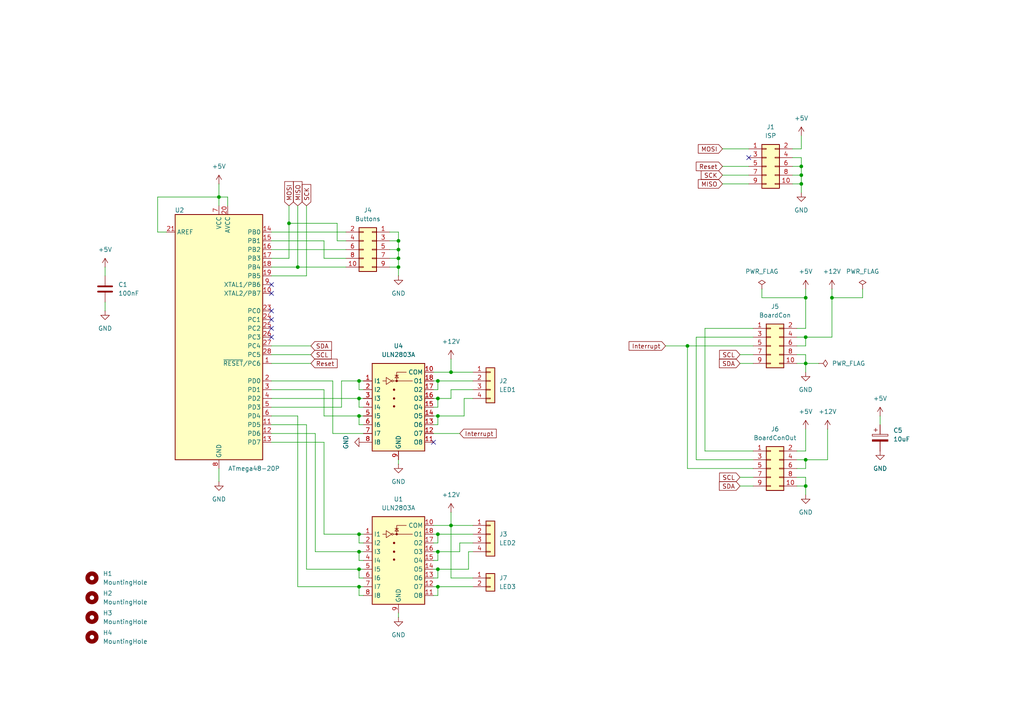
<source format=kicad_sch>
(kicad_sch (version 20231120) (generator "eeschema") (generator_version "8.0")
  (paper "A4")
  (lib_symbols
    (symbol "Connector_Generic:Conn_01x02" (pin_names (offset 1.016) hide)
      (property "Reference" "J" (at 0 2.54 0))
      (property "Value" "Conn_01x02" (at 0 -5.08 0))
      (symbol "Conn_01x02_1_1"
        (rectangle (start -1.27 -2.413) (end 0 -2.667) (stroke (width 0.1524)))
        (rectangle (start -1.27 0.127) (end 0 -0.127) (stroke (width 0.1524)))
        (rectangle (start -1.27 1.27) (end 1.27 -3.81) (stroke (width 0.254)) (fill (type background)))
        (pin passive line (at -5.08 0 0) (length 3.81) (name "Pin_1") (number "1"))
        (pin passive line (at -5.08 -2.54 0) (length 3.81) (name "Pin_2") (number "2"))
      )
    )
    (symbol "Connector_Generic:Conn_01x04" (pin_names (offset 1.016) hide)
      (property "Reference" "J" (at 0 5.08 0))
      (property "Value" "Conn_01x04" (at 0 -7.62 0))
      (symbol "Conn_01x04_1_1"
        (rectangle (start -1.27 -4.953) (end 0 -5.207) (stroke (width 0.1524)))
        (rectangle (start -1.27 -2.413) (end 0 -2.667) (stroke (width 0.1524)))
        (rectangle (start -1.27 0.127) (end 0 -0.127) (stroke (width 0.1524)))
        (rectangle (start -1.27 2.667) (end 0 2.413) (stroke (width 0.1524)))
        (rectangle (start -1.27 3.81) (end 1.27 -6.35) (stroke (width 0.254)) (fill (type background)))
        (pin passive line (at -5.08 2.54 0) (length 3.81) (name "Pin_1") (number "1"))
        (pin passive line (at -5.08 0 0) (length 3.81) (name "Pin_2") (number "2"))
        (pin passive line (at -5.08 -2.54 0) (length 3.81) (name "Pin_3") (number "3"))
        (pin passive line (at -5.08 -5.08 0) (length 3.81) (name "Pin_4") (number "4"))
      )
    )
    (symbol "Connector_Generic:Conn_02x05_Odd_Even" (pin_names (offset 1.016) hide)
      (property "Reference" "J" (at 1.27 7.62 0))
      (property "Value" "Conn_02x05_Odd_Even" (at 1.27 -7.62 0))
      (symbol "Conn_02x05_Odd_Even_1_1"
        (rectangle (start -1.27 -4.953) (end 0 -5.207) (stroke (width 0.1524)))
        (rectangle (start -1.27 -2.413) (end 0 -2.667) (stroke (width 0.1524)))
        (rectangle (start -1.27 0.127) (end 0 -0.127) (stroke (width 0.1524)))
        (rectangle (start -1.27 2.667) (end 0 2.413) (stroke (width 0.1524)))
        (rectangle (start -1.27 5.207) (end 0 4.953) (stroke (width 0.1524)))
        (rectangle (start -1.27 6.35) (end 3.81 -6.35) (stroke (width 0.254)) (fill (type background)))
        (rectangle (start 3.81 -4.953) (end 2.54 -5.207) (stroke (width 0.1524)))
        (rectangle (start 3.81 -2.413) (end 2.54 -2.667) (stroke (width 0.1524)))
        (rectangle (start 3.81 0.127) (end 2.54 -0.127) (stroke (width 0.1524)))
        (rectangle (start 3.81 2.667) (end 2.54 2.413) (stroke (width 0.1524)))
        (rectangle (start 3.81 5.207) (end 2.54 4.953) (stroke (width 0.1524)))
        (pin passive line (at -5.08 5.08 0) (length 3.81) (name "Pin_1") (number "1"))
        (pin passive line (at 7.62 -5.08 180) (length 3.81) (name "Pin_10") (number "10"))
        (pin passive line (at 7.62 5.08 180) (length 3.81) (name "Pin_2") (number "2"))
        (pin passive line (at -5.08 2.54 0) (length 3.81) (name "Pin_3") (number "3"))
        (pin passive line (at 7.62 2.54 180) (length 3.81) (name "Pin_4") (number "4"))
        (pin passive line (at -5.08 0 0) (length 3.81) (name "Pin_5") (number "5"))
        (pin passive line (at 7.62 0 180) (length 3.81) (name "Pin_6") (number "6"))
        (pin passive line (at -5.08 -2.54 0) (length 3.81) (name "Pin_7") (number "7"))
        (pin passive line (at 7.62 -2.54 180) (length 3.81) (name "Pin_8") (number "8"))
        (pin passive line (at -5.08 -5.08 0) (length 3.81) (name "Pin_9") (number "9"))
      )
    )
    (symbol "Device:C" (pin_numbers hide) (pin_names (offset 0.254))
      (property "Reference" "C" (at 0.635 2.54 0))
      (property "Value" "C" (at 0.635 -2.54 0))
      (symbol "C_0_1"
        (polyline (pts (xy -2.032 -0.762) (xy 2.032 -0.762)) (stroke (width 0.508)))
        (polyline (pts (xy -2.032 0.762) (xy 2.032 0.762)) (stroke (width 0.508)))
      )
      (symbol "C_1_1"
        (pin passive line (at 0 3.81 270) (length 2.794) (name "~") (number "1"))
        (pin passive line (at 0 -3.81 90) (length 2.794) (name "~") (number "2"))
      )
    )
    (symbol "Device:C_Polarized" (pin_numbers hide) (pin_names (offset 0.254))
      (property "Reference" "C" (at 0.635 2.54 0))
      (property "Value" "C_Polarized" (at 0.635 -2.54 0))
      (symbol "C_Polarized_0_1"
        (rectangle (start -2.286 0.508) (end 2.286 1.016))
        (polyline (pts (xy -1.778 2.286) (xy -0.762 2.286)))
        (polyline (pts (xy -1.27 2.794) (xy -1.27 1.778)))
        (rectangle (start 2.286 -0.508) (end -2.286 -1.016) (fill (type outline)))
      )
      (symbol "C_Polarized_1_1"
        (pin passive line (at 0 3.81 270) (length 2.794) (name "~") (number "1"))
        (pin passive line (at 0 -3.81 90) (length 2.794) (name "~") (number "2"))
      )
    )
    (symbol "MCU_Microchip_ATmega:ATmega48-20P"
      (property "Reference" "U" (at -12.7 36.83 0))
      (property "Value" "ATmega48-20P" (at 2.54 -36.83 0))
      (symbol "ATmega48-20P_0_1"
        (rectangle (start -12.7 -35.56) (end 12.7 35.56) (stroke (width 0.254)) (fill (type background)))
      )
      (symbol "ATmega48-20P_1_1"
        (pin bidirectional line (at 15.24 -7.62 180) (length 2.54) (name "~{RESET}/PC6") (number "1"))
        (pin bidirectional line (at 15.24 12.7 180) (length 2.54) (name "XTAL2/PB7") (number "10"))
        (pin bidirectional line (at 15.24 -25.4 180) (length 2.54) (name "PD5") (number "11"))
        (pin bidirectional line (at 15.24 -27.94 180) (length 2.54) (name "PD6") (number "12"))
        (pin bidirectional line (at 15.24 -30.48 180) (length 2.54) (name "PD7") (number "13"))
        (pin bidirectional line (at 15.24 30.48 180) (length 2.54) (name "PB0") (number "14"))
        (pin bidirectional line (at 15.24 27.94 180) (length 2.54) (name "PB1") (number "15"))
        (pin bidirectional line (at 15.24 25.4 180) (length 2.54) (name "PB2") (number "16"))
        (pin bidirectional line (at 15.24 22.86 180) (length 2.54) (name "PB3") (number "17"))
        (pin bidirectional line (at 15.24 20.32 180) (length 2.54) (name "PB4") (number "18"))
        (pin bidirectional line (at 15.24 17.78 180) (length 2.54) (name "PB5") (number "19"))
        (pin bidirectional line (at 15.24 -12.7 180) (length 2.54) (name "PD0") (number "2"))
        (pin power_in line (at 2.54 38.1 270) (length 2.54) (name "AVCC") (number "20"))
        (pin passive line (at -15.24 30.48 0) (length 2.54) (name "AREF") (number "21"))
        (pin passive line (at 0 -38.1 90) (length 2.54) hide (name "GND") (number "22"))
        (pin bidirectional line (at 15.24 7.62 180) (length 2.54) (name "PC0") (number "23"))
        (pin bidirectional line (at 15.24 5.08 180) (length 2.54) (name "PC1") (number "24"))
        (pin bidirectional line (at 15.24 2.54 180) (length 2.54) (name "PC2") (number "25"))
        (pin bidirectional line (at 15.24 0 180) (length 2.54) (name "PC3") (number "26"))
        (pin bidirectional line (at 15.24 -2.54 180) (length 2.54) (name "PC4") (number "27"))
        (pin bidirectional line (at 15.24 -5.08 180) (length 2.54) (name "PC5") (number "28"))
        (pin bidirectional line (at 15.24 -15.24 180) (length 2.54) (name "PD1") (number "3"))
        (pin bidirectional line (at 15.24 -17.78 180) (length 2.54) (name "PD2") (number "4"))
        (pin bidirectional line (at 15.24 -20.32 180) (length 2.54) (name "PD3") (number "5"))
        (pin bidirectional line (at 15.24 -22.86 180) (length 2.54) (name "PD4") (number "6"))
        (pin power_in line (at 0 38.1 270) (length 2.54) (name "VCC") (number "7"))
        (pin power_in line (at 0 -38.1 90) (length 2.54) (name "GND") (number "8"))
        (pin bidirectional line (at 15.24 15.24 180) (length 2.54) (name "XTAL1/PB6") (number "9"))
      )
    )
    (symbol "Mechanical:MountingHole" (pin_names (offset 1.016))
      (property "Reference" "H" (at 0 5.08 0))
      (property "Value" "MountingHole" (at 0 3.175 0))
      (symbol "MountingHole_0_1"
        (circle (center 0 0) (radius 1.27) (stroke (width 1.27)))
      )
    )
    (symbol "Transistor_Array:ULN2803A"
      (property "Reference" "U" (at 0 13.335 0))
      (property "Value" "ULN2803A" (at 0 11.43 0))
      (symbol "ULN2803A_0_1"
        (rectangle (start -7.62 -15.24) (end 7.62 10.16) (stroke (width 0.254)) (fill (type background)))
        (circle (center -1.778 5.08) (radius 0.254))
        (circle (center -1.27 -2.286) (radius 0.254) (fill (type outline)))
        (circle (center -1.27 0) (radius 0.254) (fill (type outline)))
        (circle (center -1.27 2.54) (radius 0.254) (fill (type outline)))
        (circle (center -0.508 5.08) (radius 0.254) (fill (type outline)))
        (polyline (pts (xy -4.572 5.08) (xy -3.556 5.08)))
        (polyline (pts (xy -1.524 5.08) (xy 4.064 5.08)))
        (polyline (pts (xy 0 6.731) (xy -1.016 6.731)))
        (polyline (pts (xy -0.508 5.08) (xy -0.508 7.62) (xy 2.286 7.62)))
        (polyline (pts (xy -3.556 6.096) (xy -3.556 4.064) (xy -2.032 5.08) (xy -3.556 6.096)))
        (polyline (pts (xy 0 5.969) (xy -1.016 5.969) (xy -0.508 6.731) (xy 0 5.969)))
      )
      (symbol "ULN2803A_1_1"
        (pin input line (at -10.16 5.08 0) (length 2.54) (name "I1") (number "1"))
        (pin passive line (at 10.16 7.62 180) (length 2.54) (name "COM") (number "10"))
        (pin open_collector line (at 10.16 -12.7 180) (length 2.54) (name "O8") (number "11"))
        (pin open_collector line (at 10.16 -10.16 180) (length 2.54) (name "O7") (number "12"))
        (pin open_collector line (at 10.16 -7.62 180) (length 2.54) (name "O6") (number "13"))
        (pin open_collector line (at 10.16 -5.08 180) (length 2.54) (name "O5") (number "14"))
        (pin open_collector line (at 10.16 -2.54 180) (length 2.54) (name "O4") (number "15"))
        (pin open_collector line (at 10.16 0 180) (length 2.54) (name "O3") (number "16"))
        (pin open_collector line (at 10.16 2.54 180) (length 2.54) (name "O2") (number "17"))
        (pin open_collector line (at 10.16 5.08 180) (length 2.54) (name "O1") (number "18"))
        (pin input line (at -10.16 2.54 0) (length 2.54) (name "I2") (number "2"))
        (pin input line (at -10.16 0 0) (length 2.54) (name "I3") (number "3"))
        (pin input line (at -10.16 -2.54 0) (length 2.54) (name "I4") (number "4"))
        (pin input line (at -10.16 -5.08 0) (length 2.54) (name "I5") (number "5"))
        (pin input line (at -10.16 -7.62 0) (length 2.54) (name "I6") (number "6"))
        (pin input line (at -10.16 -10.16 0) (length 2.54) (name "I7") (number "7"))
        (pin input line (at -10.16 -12.7 0) (length 2.54) (name "I8") (number "8"))
        (pin power_in line (at 0 -17.78 90) (length 2.54) (name "GND") (number "9"))
      )
    )
    (symbol "power:+12V" (power) (pin_numbers hide) (pin_names (offset 0) hide)
      (property "Value" "+12V" (at 0 3.556 0))
      (symbol "+12V_0_1"
        (polyline (pts (xy -0.762 1.27) (xy 0 2.54)))
        (polyline (pts (xy 0 0) (xy 0 2.54)))
        (polyline (pts (xy 0 2.54) (xy 0.762 1.27)))
      )
      (symbol "+12V_1_1"
        (pin power_in line (at 0 0 90) (length 0) (name "~") (number "1"))
      )
    )
    (symbol "power:+5V" (power) (pin_numbers hide) (pin_names (offset 0) hide)
      (property "Value" "+5V" (at 0 3.556 0))
      (symbol "+5V_0_1"
        (polyline (pts (xy -0.762 1.27) (xy 0 2.54)))
        (polyline (pts (xy 0 0) (xy 0 2.54)))
        (polyline (pts (xy 0 2.54) (xy 0.762 1.27)))
      )
      (symbol "+5V_1_1"
        (pin power_in line (at 0 0 90) (length 0) (name "~") (number "1"))
      )
    )
    (symbol "power:GND" (power) (pin_numbers hide) (pin_names (offset 0) hide)
      (property "Value" "GND" (at 0 -3.81 0))
      (symbol "GND_0_1"
        (polyline (pts (xy 0 0) (xy 0 -1.27) (xy 1.27 -1.27) (xy 0 -2.54) (xy -1.27 -1.27) (xy 0 -1.27)))
      )
      (symbol "GND_1_1"
        (pin power_in line (at 0 0 270) (length 0) (name "~") (number "1"))
      )
    )
    (symbol "power:PWR_FLAG" (power) (pin_numbers hide) (pin_names (offset 0) hide)
      (property "Value" "PWR_FLAG" (at 0 3.81 0))
      (symbol "PWR_FLAG_0_0"
        (pin power_out line (at 0 0 90) (length 0) (name "~") (number "1"))
      )
      (symbol "PWR_FLAG_0_1"
        (polyline (pts (xy 0 0) (xy 0 1.27) (xy -1.016 1.905) (xy 0 2.54) (xy 1.016 1.905) (xy 0 1.27)))
      )
    )
  )
  (junction (at 130.81 107.95))
  (junction (at 127 154.94))
  (junction (at 127 115.57))
  (junction (at 127 160.02))
  (junction (at 232.41 48.26))
  (junction (at 104.14 165.1))
  (junction (at 86.36 77.47))
  (junction (at 104.14 154.94))
  (junction (at 115.57 74.93))
  (junction (at 127 110.49))
  (junction (at 104.14 120.65))
  (junction (at 232.41 53.34))
  (junction (at 115.57 69.85))
  (junction (at 233.68 105.41))
  (junction (at 130.81 152.4))
  (junction (at 115.57 72.39))
  (junction (at 127 165.1))
  (junction (at 115.57 77.47))
  (junction (at 63.5 57.15))
  (junction (at 104.14 170.18))
  (junction (at 104.14 160.02))
  (junction (at 241.3 86.36))
  (junction (at 127 120.65))
  (junction (at 104.14 110.49))
  (junction (at 127 170.18))
  (junction (at 199.39 100.33))
  (junction (at 233.68 86.36))
  (junction (at 233.68 97.79))
  (junction (at 83.82 64.77))
  (junction (at 233.68 140.97))
  (junction (at 232.41 50.8))
  (junction (at 104.14 115.57))
  (junction (at 233.68 133.35))
  (no_connect (at 78.74 82.55))
  (no_connect (at 78.74 95.25))
  (no_connect (at 78.74 92.71))
  (no_connect (at 217.17 45.72))
  (no_connect (at 78.74 90.17))
  (no_connect (at 78.74 97.79))
  (no_connect (at 78.74 85.09))
  (no_connect (at 125.73 128.27))
  (wire (pts (xy 127 154.94) (xy 137.16 154.94)))
  (wire (pts (xy 105.41 157.48) (xy 104.14 157.48)))
  (wire (pts (xy 232.41 48.26) (xy 232.41 50.8)))
  (wire (pts (xy 214.63 102.87) (xy 218.44 102.87)))
  (wire (pts (xy 105.41 160.02) (xy 104.14 160.02)))
  (wire (pts (xy 125.73 125.73) (xy 133.35 125.73)))
  (wire (pts (xy 229.87 45.72) (xy 232.41 45.72)))
  (wire (pts (xy 104.14 154.94) (xy 105.41 154.94)))
  (wire (pts (xy 78.74 72.39) (xy 100.33 72.39)))
  (wire (pts (xy 78.74 105.41) (xy 90.17 105.41)))
  (wire (pts (xy 130.81 152.4) (xy 137.16 152.4)))
  (wire (pts (xy 233.68 95.25) (xy 231.14 95.25)))
  (wire (pts (xy 229.87 48.26) (xy 232.41 48.26)))
  (wire (pts (xy 199.39 100.33) (xy 218.44 100.33)))
  (wire (pts (xy 209.55 53.34) (xy 217.17 53.34)))
  (wire (pts (xy 130.81 107.95) (xy 137.16 107.95)))
  (wire (pts (xy 233.68 138.43) (xy 233.68 140.97)))
  (wire (pts (xy 220.98 86.36) (xy 233.68 86.36)))
  (wire (pts (xy 63.5 135.89) (xy 63.5 139.7)))
  (wire (pts (xy 78.74 110.49) (xy 96.52 110.49)))
  (wire (pts (xy 127 165.1) (xy 135.89 165.1)))
  (wire (pts (xy 115.57 177.8) (xy 115.57 179.07)))
  (wire (pts (xy 125.73 113.03) (xy 127 113.03)))
  (wire (pts (xy 105.41 123.19) (xy 104.14 123.19)))
  (wire (pts (xy 78.74 100.33) (xy 90.17 100.33)))
  (wire (pts (xy 134.62 115.57) (xy 137.16 115.57)))
  (wire (pts (xy 130.81 148.59) (xy 130.81 152.4)))
  (wire (pts (xy 48.26 67.31) (xy 45.72 67.31)))
  (wire (pts (xy 233.68 102.87) (xy 233.68 105.41)))
  (wire (pts (xy 127 123.19) (xy 127 120.65)))
  (wire (pts (xy 105.41 172.72) (xy 104.14 172.72)))
  (wire (pts (xy 105.41 162.56) (xy 104.14 162.56)))
  (wire (pts (xy 193.04 100.33) (xy 199.39 100.33)))
  (wire (pts (xy 125.73 120.65) (xy 127 120.65)))
  (wire (pts (xy 99.06 110.49) (xy 104.14 110.49)))
  (wire (pts (xy 133.35 157.48) (xy 133.35 160.02)))
  (wire (pts (xy 231.14 105.41) (xy 233.68 105.41)))
  (wire (pts (xy 233.68 135.89) (xy 233.68 133.35)))
  (wire (pts (xy 113.03 69.85) (xy 115.57 69.85)))
  (wire (pts (xy 233.68 105.41) (xy 237.49 105.41)))
  (wire (pts (xy 233.68 105.41) (xy 233.68 107.95)))
  (wire (pts (xy 97.79 64.77) (xy 83.82 64.77)))
  (wire (pts (xy 104.14 172.72) (xy 104.14 170.18)))
  (wire (pts (xy 125.73 172.72) (xy 127 172.72)))
  (wire (pts (xy 104.14 157.48) (xy 104.14 154.94)))
  (wire (pts (xy 231.14 97.79) (xy 233.68 97.79)))
  (wire (pts (xy 91.44 160.02) (xy 104.14 160.02)))
  (wire (pts (xy 255.27 120.65) (xy 255.27 123.19)))
  (wire (pts (xy 231.14 130.81) (xy 233.68 130.81)))
  (wire (pts (xy 113.03 72.39) (xy 115.57 72.39)))
  (wire (pts (xy 204.47 95.25) (xy 204.47 130.81)))
  (wire (pts (xy 201.93 97.79) (xy 218.44 97.79)))
  (wire (pts (xy 125.73 152.4) (xy 130.81 152.4)))
  (wire (pts (xy 115.57 72.39) (xy 115.57 69.85)))
  (wire (pts (xy 104.14 120.65) (xy 105.41 120.65)))
  (wire (pts (xy 232.41 43.18) (xy 232.41 39.37)))
  (wire (pts (xy 78.74 77.47) (xy 86.36 77.47)))
  (wire (pts (xy 209.55 50.8) (xy 217.17 50.8)))
  (wire (pts (xy 130.81 115.57) (xy 127 115.57)))
  (wire (pts (xy 115.57 77.47) (xy 115.57 74.93)))
  (wire (pts (xy 231.14 133.35) (xy 233.68 133.35)))
  (wire (pts (xy 78.74 115.57) (xy 104.14 115.57)))
  (wire (pts (xy 130.81 167.64) (xy 130.81 152.4)))
  (wire (pts (xy 232.41 45.72) (xy 232.41 48.26)))
  (wire (pts (xy 96.52 110.49) (xy 96.52 125.73)))
  (wire (pts (xy 233.68 83.82) (xy 233.68 86.36)))
  (wire (pts (xy 137.16 113.03) (xy 130.81 113.03)))
  (wire (pts (xy 233.68 100.33) (xy 233.68 97.79)))
  (wire (pts (xy 241.3 97.79) (xy 241.3 86.36)))
  (wire (pts (xy 115.57 67.31) (xy 113.03 67.31)))
  (wire (pts (xy 127 172.72) (xy 127 170.18)))
  (wire (pts (xy 214.63 138.43) (xy 218.44 138.43)))
  (wire (pts (xy 91.44 160.02) (xy 91.44 125.73)))
  (wire (pts (xy 125.73 165.1) (xy 127 165.1)))
  (wire (pts (xy 83.82 64.77) (xy 83.82 74.93)))
  (wire (pts (xy 86.36 59.69) (xy 86.36 77.47)))
  (wire (pts (xy 66.04 57.15) (xy 66.04 59.69)))
  (wire (pts (xy 233.68 130.81) (xy 233.68 124.46)))
  (wire (pts (xy 127 120.65) (xy 134.62 120.65)))
  (wire (pts (xy 88.9 59.69) (xy 88.9 80.01)))
  (wire (pts (xy 199.39 135.89) (xy 199.39 100.33)))
  (wire (pts (xy 104.14 170.18) (xy 105.41 170.18)))
  (wire (pts (xy 63.5 57.15) (xy 66.04 57.15)))
  (wire (pts (xy 250.19 86.36) (xy 241.3 86.36)))
  (wire (pts (xy 125.73 162.56) (xy 127 162.56)))
  (wire (pts (xy 127 167.64) (xy 127 165.1)))
  (wire (pts (xy 240.03 133.35) (xy 233.68 133.35)))
  (wire (pts (xy 93.98 154.94) (xy 104.14 154.94)))
  (wire (pts (xy 78.74 80.01) (xy 88.9 80.01)))
  (wire (pts (xy 127 160.02) (xy 125.73 160.02)))
  (wire (pts (xy 218.44 133.35) (xy 201.93 133.35)))
  (wire (pts (xy 137.16 167.64) (xy 130.81 167.64)))
  (wire (pts (xy 104.14 110.49) (xy 105.41 110.49)))
  (wire (pts (xy 127 170.18) (xy 137.16 170.18)))
  (wire (pts (xy 125.73 118.11) (xy 127 118.11)))
  (wire (pts (xy 134.62 120.65) (xy 134.62 115.57)))
  (wire (pts (xy 209.55 48.26) (xy 217.17 48.26)))
  (wire (pts (xy 99.06 118.11) (xy 78.74 118.11)))
  (wire (pts (xy 105.41 118.11) (xy 104.14 118.11)))
  (wire (pts (xy 199.39 135.89) (xy 218.44 135.89)))
  (wire (pts (xy 93.98 74.93) (xy 100.33 74.93)))
  (wire (pts (xy 229.87 53.34) (xy 232.41 53.34)))
  (wire (pts (xy 233.68 97.79) (xy 241.3 97.79)))
  (wire (pts (xy 232.41 50.8) (xy 232.41 53.34)))
  (wire (pts (xy 105.41 167.64) (xy 104.14 167.64)))
  (wire (pts (xy 135.89 165.1) (xy 135.89 160.02)))
  (wire (pts (xy 86.36 170.18) (xy 104.14 170.18)))
  (wire (pts (xy 78.74 102.87) (xy 90.17 102.87)))
  (wire (pts (xy 233.68 140.97) (xy 233.68 143.51)))
  (wire (pts (xy 214.63 140.97) (xy 218.44 140.97)))
  (wire (pts (xy 233.68 86.36) (xy 233.68 95.25)))
  (wire (pts (xy 231.14 140.97) (xy 233.68 140.97)))
  (wire (pts (xy 88.9 165.1) (xy 104.14 165.1)))
  (wire (pts (xy 209.55 43.18) (xy 217.17 43.18)))
  (wire (pts (xy 231.14 100.33) (xy 233.68 100.33)))
  (wire (pts (xy 130.81 104.14) (xy 130.81 107.95)))
  (wire (pts (xy 115.57 69.85) (xy 115.57 67.31)))
  (wire (pts (xy 78.74 128.27) (xy 93.98 128.27)))
  (wire (pts (xy 93.98 128.27) (xy 93.98 154.94)))
  (wire (pts (xy 30.48 77.47) (xy 30.48 80.01)))
  (wire (pts (xy 137.16 157.48) (xy 133.35 157.48)))
  (wire (pts (xy 125.73 154.94) (xy 127 154.94)))
  (wire (pts (xy 100.33 69.85) (xy 97.79 69.85)))
  (wire (pts (xy 127 118.11) (xy 127 115.57)))
  (wire (pts (xy 214.63 105.41) (xy 218.44 105.41)))
  (wire (pts (xy 250.19 83.82) (xy 250.19 86.36)))
  (wire (pts (xy 220.98 83.82) (xy 220.98 86.36)))
  (wire (pts (xy 241.3 83.82) (xy 241.3 86.36)))
  (wire (pts (xy 231.14 135.89) (xy 233.68 135.89)))
  (wire (pts (xy 45.72 67.31) (xy 45.72 57.15)))
  (wire (pts (xy 125.73 110.49) (xy 127 110.49)))
  (wire (pts (xy 125.73 170.18) (xy 127 170.18)))
  (wire (pts (xy 127 113.03) (xy 127 110.49)))
  (wire (pts (xy 63.5 57.15) (xy 63.5 59.69)))
  (wire (pts (xy 229.87 43.18) (xy 232.41 43.18)))
  (wire (pts (xy 232.41 53.34) (xy 232.41 55.88)))
  (wire (pts (xy 78.74 67.31) (xy 100.33 67.31)))
  (wire (pts (xy 86.36 77.47) (xy 100.33 77.47)))
  (wire (pts (xy 78.74 120.65) (xy 86.36 120.65)))
  (wire (pts (xy 105.41 115.57) (xy 104.14 115.57)))
  (wire (pts (xy 115.57 80.01) (xy 115.57 77.47)))
  (wire (pts (xy 45.72 57.15) (xy 63.5 57.15)))
  (wire (pts (xy 93.98 120.65) (xy 104.14 120.65)))
  (wire (pts (xy 125.73 107.95) (xy 130.81 107.95)))
  (wire (pts (xy 104.14 123.19) (xy 104.14 120.65)))
  (wire (pts (xy 127 110.49) (xy 137.16 110.49)))
  (wire (pts (xy 231.14 102.87) (xy 233.68 102.87)))
  (wire (pts (xy 30.48 87.63) (xy 30.48 90.17)))
  (wire (pts (xy 135.89 160.02) (xy 137.16 160.02)))
  (wire (pts (xy 88.9 123.19) (xy 78.74 123.19)))
  (wire (pts (xy 127 157.48) (xy 127 154.94)))
  (wire (pts (xy 86.36 120.65) (xy 86.36 170.18)))
  (wire (pts (xy 113.03 77.47) (xy 115.57 77.47)))
  (wire (pts (xy 127 115.57) (xy 125.73 115.57)))
  (wire (pts (xy 104.14 167.64) (xy 104.14 165.1)))
  (wire (pts (xy 115.57 133.35) (xy 115.57 134.62)))
  (wire (pts (xy 104.14 113.03) (xy 104.14 110.49)))
  (wire (pts (xy 229.87 50.8) (xy 232.41 50.8)))
  (wire (pts (xy 125.73 157.48) (xy 127 157.48)))
  (wire (pts (xy 105.41 113.03) (xy 104.14 113.03)))
  (wire (pts (xy 91.44 125.73) (xy 78.74 125.73)))
  (wire (pts (xy 104.14 165.1) (xy 105.41 165.1)))
  (wire (pts (xy 78.74 113.03) (xy 93.98 113.03)))
  (wire (pts (xy 133.35 160.02) (xy 127 160.02)))
  (wire (pts (xy 130.81 113.03) (xy 130.81 115.57)))
  (wire (pts (xy 88.9 123.19) (xy 88.9 165.1)))
  (wire (pts (xy 97.79 64.77) (xy 97.79 69.85)))
  (wire (pts (xy 104.14 162.56) (xy 104.14 160.02)))
  (wire (pts (xy 240.03 124.46) (xy 240.03 133.35)))
  (wire (pts (xy 201.93 133.35) (xy 201.93 97.79)))
  (wire (pts (xy 93.98 74.93) (xy 93.98 69.85)))
  (wire (pts (xy 63.5 53.34) (xy 63.5 57.15)))
  (wire (pts (xy 105.41 125.73) (xy 96.52 125.73)))
  (wire (pts (xy 78.74 74.93) (xy 83.82 74.93)))
  (wire (pts (xy 231.14 138.43) (xy 233.68 138.43)))
  (wire (pts (xy 99.06 110.49) (xy 99.06 118.11)))
  (wire (pts (xy 115.57 74.93) (xy 115.57 72.39)))
  (wire (pts (xy 104.14 118.11) (xy 104.14 115.57)))
  (wire (pts (xy 204.47 130.81) (xy 218.44 130.81)))
  (wire (pts (xy 125.73 167.64) (xy 127 167.64)))
  (wire (pts (xy 113.03 74.93) (xy 115.57 74.93)))
  (wire (pts (xy 218.44 95.25) (xy 204.47 95.25)))
  (wire (pts (xy 93.98 69.85) (xy 78.74 69.85)))
  (wire (pts (xy 93.98 113.03) (xy 93.98 120.65)))
  (wire (pts (xy 83.82 59.69) (xy 83.82 64.77)))
  (wire (pts (xy 127 162.56) (xy 127 160.02)))
  (wire (pts (xy 125.73 123.19) (xy 127 123.19)))
  (global_label "Interrupt" (shape input) (at 193.04 100.33 180) (property "Intersheetrefs" "${INTERSHEET_REFS}" (effects (hide yes))))
  (global_label "SCK" (shape input) (at 209.55 50.8 180) (property "Intersheetrefs" "${INTERSHEET_REFS}" (effects (hide yes))))
  (global_label "SDA" (shape input) (at 214.63 140.97 180) (property "Intersheetrefs" "${INTERSHEET_REFS}" (effects (hide yes))))
  (global_label "SDA" (shape input) (at 214.63 105.41 180) (property "Intersheetrefs" "${INTERSHEET_REFS}" (effects (hide yes))))
  (global_label "SCL" (shape input) (at 214.63 138.43 180) (property "Intersheetrefs" "${INTERSHEET_REFS}" (effects (hide yes))))
  (global_label "MISO" (shape input) (at 86.36 59.69 90) (property "Intersheetrefs" "${INTERSHEET_REFS}" (effects (hide yes))))
  (global_label "SCL" (shape input) (at 214.63 102.87 180) (property "Intersheetrefs" "${INTERSHEET_REFS}" (effects (hide yes))))
  (global_label "MISO" (shape input) (at 209.55 53.34 180) (property "Intersheetrefs" "${INTERSHEET_REFS}" (effects (hide yes))))
  (global_label "SCK" (shape input) (at 88.9 59.69 90) (property "Intersheetrefs" "${INTERSHEET_REFS}" (effects (hide yes))))
  (global_label "MOSI" (shape input) (at 83.82 59.69 90) (property "Intersheetrefs" "${INTERSHEET_REFS}" (effects (hide yes))))
  (global_label "Interrupt" (shape input) (at 133.35 125.73 0) (property "Intersheetrefs" "${INTERSHEET_REFS}" (effects (hide yes))))
  (global_label "Reset" (shape input) (at 90.17 105.41 0) (property "Intersheetrefs" "${INTERSHEET_REFS}" (effects (hide yes))))
  (global_label "SDA" (shape input) (at 90.17 100.33 0) (property "Intersheetrefs" "${INTERSHEET_REFS}" (effects (hide yes))))
  (global_label "MOSI" (shape input) (at 209.55 43.18 180) (property "Intersheetrefs" "${INTERSHEET_REFS}" (effects (hide yes))))
  (global_label "SCL" (shape input) (at 90.17 102.87 0) (property "Intersheetrefs" "${INTERSHEET_REFS}" (effects (hide yes))))
  (global_label "Reset" (shape input) (at 209.55 48.26 180) (property "Intersheetrefs" "${INTERSHEET_REFS}" (effects (hide yes))))
  (symbol (lib_id "power:GND") (at 233.68 143.51 0) (unit 1)
    (property "Reference" "#PWR030" (effects (hide yes)))
    (property "Value" "GND" (at 233.68 148.59 0))
    (property "Description" "Power symbol creates a global label with name \"GND\" , ground" (effects (hide yes)))
  )
  (symbol (lib_id "Device:C") (at 30.48 83.82 0) (unit 1)
    (property "Reference" "C1" (at 34.29 82.5499 0) (effects (justify left)))
    (property "Value" "100nF" (at 34.29 85.0899 0) (effects (justify left)))
    (property "Footprint" "Capacitor_THT:C_Disc_D4.3mm_W1.9mm_P5.00mm" (effects (hide yes)))
    (property "Description" "Unpolarized capacitor" (effects (hide yes)))
  )
  (symbol (lib_id "MCU_Microchip_ATmega:ATmega48-20P") (at 63.5 97.79 0) (unit 1)
    (property "Reference" "U2" (at 52.07 60.96 0))
    (property "Value" "ATmega48-20P" (at 73.66 135.89 0))
    (property "Footprint" "Package_DIP:DIP-28_W7.62mm_Socket" (effects (hide yes)))
    (property "Datasheet" "http://ww1.microchip.com/downloads/en/DeviceDoc/Atmel-2545-8-bit-AVR-Microcontroller-ATmega48-88-168_Datasheet.pdf" (effects (hide yes)))
    (property "Description" "20MHz, 4kB Flash, 512B SRAM, 256B EEPROM, DIP-28" (effects (hide yes)))
  )
  (symbol (lib_id "Connector_Generic:Conn_02x05_Odd_Even") (at 223.52 135.89 0) (unit 1)
    (property "Reference" "J6" (at 224.79 124.46 0))
    (property "Value" "BoardConOut" (at 224.79 127 0))
    (property "Footprint" "Connector_IDC:IDC-Header_2x05_P2.54mm_Vertical" (effects (hide yes)))
    (property "Description" "Generic connector, double row, 02x05, odd/even pin numbering scheme (row 1 odd numbers, row 2 even numbers), script generated (kicad-library-utils/schlib/autogen/connector/)" (effects (hide yes)))
  )
  (symbol (lib_id "Mechanical:MountingHole") (at 26.67 167.64 0) (unit 1)
    (property "Reference" "H1" (at 29.845 166.37 0) (effects (justify left)))
    (property "Value" "MountingHole" (at 29.845 168.91 0) (effects (justify left)))
    (property "Footprint" "MountingHole:MountingHole_3mm" (effects (hide yes)))
    (property "Description" "Mounting Hole without connection" (effects (hide yes)))
  )
  (symbol (lib_id "Connector_Generic:Conn_02x05_Odd_Even") (at 223.52 100.33 0) (unit 1)
    (property "Reference" "J5" (at 224.79 88.9 0))
    (property "Value" "BoardCon" (at 224.79 91.44 0))
    (property "Footprint" "Connector_IDC:IDC-Header_2x05_P2.54mm_Vertical" (effects (hide yes)))
    (property "Description" "Generic connector, double row, 02x05, odd/even pin numbering scheme (row 1 odd numbers, row 2 even numbers), script generated (kicad-library-utils/schlib/autogen/connector/)" (effects (hide yes)))
  )
  (symbol (lib_id "Connector_Generic:Conn_01x04") (at 142.24 110.49 0) (unit 1)
    (property "Reference" "J2" (at 144.78 110.4899 0) (effects (justify left)))
    (property "Value" "LED1" (at 144.78 113.0299 0) (effects (justify left)))
    (property "Footprint" "Connector_PinHeader_2.54mm:PinHeader_1x04_P2.54mm_Vertical" (effects (hide yes)))
    (property "Description" "Generic connector, single row, 01x04, script generated (kicad-library-utils/schlib/autogen/connector/)" (effects (hide yes)))
  )
  (symbol (lib_id "Transistor_Array:ULN2803A") (at 115.57 115.57 0) (unit 1)
    (property "Reference" "U4" (at 115.57 100.33 0))
    (property "Value" "ULN2803A" (at 115.57 102.87 0))
    (property "Footprint" "Package_DIP:DIP-18_W7.62mm" (effects (hide yes)))
    (property "Datasheet" "http://www.ti.com/lit/ds/symlink/uln2803a.pdf" (effects (hide yes)))
    (property "Description" "Darlington Transistor Arrays, SOIC18/DIP18" (effects (hide yes)))
  )
  (symbol (lib_id "power:GND") (at 115.57 80.01 0) (unit 1)
    (property "Reference" "#PWR03" (effects (hide yes)))
    (property "Value" "GND" (at 115.57 85.09 0))
    (property "Description" "Power symbol creates a global label with name \"GND\" , ground" (effects (hide yes)))
  )
  (symbol (lib_id "power:+5V") (at 233.68 83.82 0) (unit 1)
    (property "Reference" "#PWR015" (effects (hide yes)))
    (property "Value" "+5V" (at 233.68 78.74 0))
    (property "Description" "Power symbol creates a global label with name \"+5V\"" (effects (hide yes)))
  )
  (symbol (lib_id "power:PWR_FLAG") (at 237.49 105.41 270) (unit 1)
    (property "Reference" "#FLG01" (effects (hide yes)))
    (property "Value" "PWR_FLAG" (at 241.3 105.4099 90) (effects (justify left)))
    (property "Description" "Special symbol for telling ERC where power comes from" (effects (hide yes)))
  )
  (symbol (lib_id "power:+12V") (at 130.81 104.14 0) (unit 1)
    (property "Reference" "#PWR06" (effects (hide yes)))
    (property "Value" "+12V" (at 130.81 99.06 0))
    (property "Description" "Power symbol creates a global label with name \"+12V\"" (effects (hide yes)))
  )
  (symbol (lib_id "Device:C_Polarized") (at 255.27 127 0) (unit 1)
    (property "Reference" "C5" (at 259.08 124.8409 0) (effects (justify left)))
    (property "Value" "10uF" (at 259.08 127.3809 0) (effects (justify left)))
    (property "Footprint" "Capacitor_THT:CP_Radial_D6.3mm_P2.50mm" (effects (hide yes)))
    (property "Description" "Polarized capacitor" (effects (hide yes)))
  )
  (symbol (lib_id "power:+12V") (at 241.3 83.82 0) (unit 1)
    (property "Reference" "#PWR032" (effects (hide yes)))
    (property "Value" "+12V" (at 241.3 78.74 0))
    (property "Description" "Power symbol creates a global label with name \"+12V\"" (effects (hide yes)))
  )
  (symbol (lib_id "power:GND") (at 115.57 179.07 0) (unit 1)
    (property "Reference" "#PWR010" (effects (hide yes)))
    (property "Value" "GND" (at 115.57 184.15 0))
    (property "Description" "Power symbol creates a global label with name \"GND\" , ground" (effects (hide yes)))
  )
  (symbol (lib_id "Connector_Generic:Conn_02x05_Odd_Even") (at 107.95 72.39 0) (mirror y) (unit 1)
    (property "Reference" "J4" (at 106.68 60.96 0))
    (property "Value" "Buttons" (at 106.68 63.5 0))
    (property "Footprint" "Connector_PinHeader_2.54mm:PinHeader_2x05_P2.54mm_Vertical" (effects (hide yes)))
    (property "Description" "Generic connector, double row, 02x05, odd/even pin numbering scheme (row 1 odd numbers, row 2 even numbers), script generated (kicad-library-utils/schlib/autogen/connector/)" (effects (hide yes)))
  )
  (symbol (lib_id "Mechanical:MountingHole") (at 26.67 184.785 0) (unit 1)
    (property "Reference" "H4" (at 29.845 183.515 0) (effects (justify left)))
    (property "Value" "MountingHole" (at 29.845 186.055 0) (effects (justify left)))
    (property "Footprint" "MountingHole:MountingHole_3mm" (effects (hide yes)))
    (property "Description" "Mounting Hole without connection" (effects (hide yes)))
  )
  (symbol (lib_id "power:GND") (at 30.48 90.17 0) (unit 1)
    (property "Reference" "#PWR02" (effects (hide yes)))
    (property "Value" "GND" (at 30.48 95.25 0))
    (property "Description" "Power symbol creates a global label with name \"GND\" , ground" (effects (hide yes)))
  )
  (symbol (lib_id "Mechanical:MountingHole") (at 26.67 179.07 0) (unit 1)
    (property "Reference" "H3" (at 29.845 177.8 0) (effects (justify left)))
    (property "Value" "MountingHole" (at 29.845 180.34 0) (effects (justify left)))
    (property "Footprint" "MountingHole:MountingHole_3mm" (effects (hide yes)))
    (property "Description" "Mounting Hole without connection" (effects (hide yes)))
  )
  (symbol (lib_id "power:GND") (at 63.5 139.7 0) (unit 1)
    (property "Reference" "#PWR08" (effects (hide yes)))
    (property "Value" "GND" (at 63.5 144.78 0))
    (property "Description" "Power symbol creates a global label with name \"GND\" , ground" (effects (hide yes)))
  )
  (symbol (lib_id "power:+12V") (at 240.03 124.46 0) (unit 1)
    (property "Reference" "#PWR031" (effects (hide yes)))
    (property "Value" "+12V" (at 240.03 119.38 0))
    (property "Description" "Power symbol creates a global label with name \"+12V\"" (effects (hide yes)))
  )
  (symbol (lib_id "Connector_Generic:Conn_01x02") (at 142.24 167.64 0) (unit 1)
    (property "Reference" "J7" (at 144.78 167.6399 0) (effects (justify left)))
    (property "Value" "LED3" (at 144.78 170.1799 0) (effects (justify left)))
    (property "Footprint" "Connector_PinHeader_2.54mm:PinHeader_1x02_P2.54mm_Vertical" (effects (hide yes)))
    (property "Description" "Generic connector, single row, 01x02, script generated (kicad-library-utils/schlib/autogen/connector/)" (effects (hide yes)))
  )
  (symbol (lib_id "power:+5V") (at 63.5 53.34 0) (unit 1)
    (property "Reference" "#PWR07" (effects (hide yes)))
    (property "Value" "+5V" (at 63.5 48.26 0))
    (property "Description" "Power symbol creates a global label with name \"+5V\"" (effects (hide yes)))
  )
  (symbol (lib_id "power:PWR_FLAG") (at 250.19 83.82 0) (unit 1)
    (property "Reference" "#FLG02" (effects (hide yes)))
    (property "Value" "PWR_FLAG" (at 250.19 78.74 0))
    (property "Description" "Special symbol for telling ERC where power comes from" (effects (hide yes)))
  )
  (symbol (lib_id "Connector_Generic:Conn_02x05_Odd_Even") (at 222.25 48.26 0) (unit 1)
    (property "Reference" "J1" (at 223.52 36.83 0))
    (property "Value" "ISP" (at 223.52 39.37 0))
    (property "Footprint" "Connector_IDC:IDC-Header_2x05_P2.54mm_Vertical" (effects (hide yes)))
    (property "Description" "Generic connector, double row, 02x05, odd/even pin numbering scheme (row 1 odd numbers, row 2 even numbers), script generated (kicad-library-utils/schlib/autogen/connector/)" (effects (hide yes)))
  )
  (symbol (lib_id "power:+5V") (at 30.48 77.47 0) (unit 1)
    (property "Reference" "#PWR01" (effects (hide yes)))
    (property "Value" "+5V" (at 30.48 72.39 0))
    (property "Description" "Power symbol creates a global label with name \"+5V\"" (effects (hide yes)))
  )
  (symbol (lib_id "power:PWR_FLAG") (at 220.98 83.82 0) (unit 1)
    (property "Reference" "#FLG03" (effects (hide yes)))
    (property "Value" "PWR_FLAG" (at 220.98 78.74 0))
    (property "Description" "Special symbol for telling ERC where power comes from" (effects (hide yes)))
  )
  (symbol (lib_id "power:GND") (at 115.57 134.62 0) (unit 1)
    (property "Reference" "#PWR04" (effects (hide yes)))
    (property "Value" "GND" (at 115.57 139.7 0))
    (property "Description" "Power symbol creates a global label with name \"GND\" , ground" (effects (hide yes)))
  )
  (symbol (lib_id "Mechanical:MountingHole") (at 26.67 173.355 0) (unit 1)
    (property "Reference" "H2" (at 29.845 172.085 0) (effects (justify left)))
    (property "Value" "MountingHole" (at 29.845 174.625 0) (effects (justify left)))
    (property "Footprint" "MountingHole:MountingHole_3mm" (effects (hide yes)))
    (property "Description" "Mounting Hole without connection" (effects (hide yes)))
  )
  (symbol (lib_id "power:GND") (at 255.27 130.81 0) (unit 1)
    (property "Reference" "#PWR017" (effects (hide yes)))
    (property "Value" "GND" (at 255.27 135.89 0))
    (property "Description" "Power symbol creates a global label with name \"GND\" , ground" (effects (hide yes)))
  )
  (symbol (lib_id "power:+5V") (at 233.68 124.46 0) (unit 1)
    (property "Reference" "#PWR029" (effects (hide yes)))
    (property "Value" "+5V" (at 233.68 119.38 0))
    (property "Description" "Power symbol creates a global label with name \"+5V\"" (effects (hide yes)))
  )
  (symbol (lib_id "Connector_Generic:Conn_01x04") (at 142.24 154.94 0) (unit 1)
    (property "Reference" "J3" (at 144.78 154.9399 0) (effects (justify left)))
    (property "Value" "LED2" (at 144.78 157.4799 0) (effects (justify left)))
    (property "Footprint" "Connector_PinHeader_2.54mm:PinHeader_1x04_P2.54mm_Vertical" (effects (hide yes)))
    (property "Description" "Generic connector, single row, 01x04, script generated (kicad-library-utils/schlib/autogen/connector/)" (effects (hide yes)))
  )
  (symbol (lib_id "power:+5V") (at 255.27 120.65 0) (unit 1)
    (property "Reference" "#PWR016" (effects (hide yes)))
    (property "Value" "+5V" (at 255.27 115.57 0))
    (property "Description" "Power symbol creates a global label with name \"+5V\"" (effects (hide yes)))
  )
  (symbol (lib_id "power:+12V") (at 130.81 148.59 0) (unit 1)
    (property "Reference" "#PWR011" (effects (hide yes)))
    (property "Value" "+12V" (at 130.81 143.51 0))
    (property "Description" "Power symbol creates a global label with name \"+12V\"" (effects (hide yes)))
  )
  (symbol (lib_id "Transistor_Array:ULN2803A") (at 115.57 160.02 0) (unit 1)
    (property "Reference" "U1" (at 115.57 144.78 0))
    (property "Value" "ULN2803A" (at 115.57 147.32 0))
    (property "Footprint" "Package_DIP:DIP-18_W7.62mm" (effects (hide yes)))
    (property "Datasheet" "http://www.ti.com/lit/ds/symlink/uln2803a.pdf" (effects (hide yes)))
    (property "Description" "Darlington Transistor Arrays, SOIC18/DIP18" (effects (hide yes)))
  )
  (symbol (lib_id "power:GND") (at 105.41 128.27 270) (mirror x) (unit 1)
    (property "Reference" "#PWR05" (effects (hide yes)))
    (property "Value" "GND" (at 100.33 128.27 0))
    (property "Description" "Power symbol creates a global label with name \"GND\" , ground" (effects (hide yes)))
  )
  (symbol (lib_id "power:GND") (at 232.41 55.88 0) (unit 1)
    (property "Reference" "#PWR013" (effects (hide yes)))
    (property "Value" "GND" (at 232.41 60.96 0))
    (property "Description" "Power symbol creates a global label with name \"GND\" , ground" (effects (hide yes)))
  )
  (symbol (lib_id "power:GND") (at 233.68 107.95 0) (unit 1)
    (property "Reference" "#PWR028" (effects (hide yes)))
    (property "Value" "GND" (at 233.68 113.03 0))
    (property "Description" "Power symbol creates a global label with name \"GND\" , ground" (effects (hide yes)))
  )
  (symbol (lib_id "power:+5V") (at 232.41 39.37 0) (unit 1)
    (property "Reference" "#PWR012" (effects (hide yes)))
    (property "Value" "+5V" (at 232.41 34.29 0))
    (property "Description" "Power symbol creates a global label with name \"+5V\"" (effects (hide yes)))
  )
)
</source>
